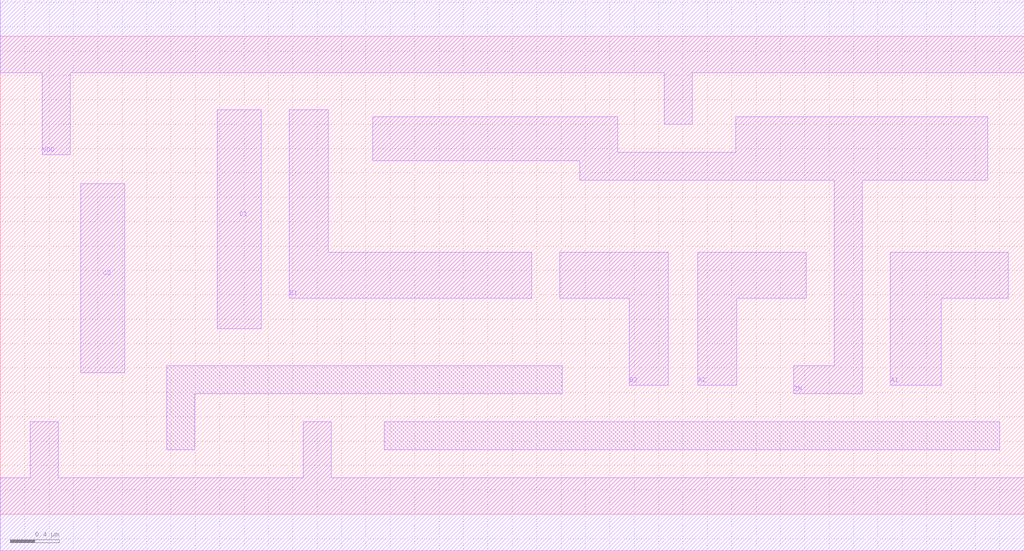
<source format=lef>
# Copyright 2022 GlobalFoundries PDK Authors
#
# Licensed under the Apache License, Version 2.0 (the "License");
# you may not use this file except in compliance with the License.
# You may obtain a copy of the License at
#
#      http://www.apache.org/licenses/LICENSE-2.0
#
# Unless required by applicable law or agreed to in writing, software
# distributed under the License is distributed on an "AS IS" BASIS,
# WITHOUT WARRANTIES OR CONDITIONS OF ANY KIND, either express or implied.
# See the License for the specific language governing permissions and
# limitations under the License.

MACRO gf180mcu_fd_sc_mcu7t5v0__oai222_1
  CLASS core ;
  FOREIGN gf180mcu_fd_sc_mcu7t5v0__oai222_1 0.0 0.0 ;
  ORIGIN 0 0 ;
  SYMMETRY X Y ;
  SITE GF018hv5v_mcu_sc7 ;
  SIZE 8.4 BY 3.92 ;
  PIN A1
    DIRECTION INPUT ;
    ANTENNAGATEAREA 1.0395 ;
    PORT
      LAYER METAL1 ;
        POLYGON 7.3 1.06 7.72 1.06 7.72 1.77 8.2 1.77 8.27 1.77 8.27 2.15 8.2 2.15 7.3 2.15  ;
    END
  END A1
  PIN A2
    DIRECTION INPUT ;
    ANTENNAGATEAREA 1.0395 ;
    PORT
      LAYER METAL1 ;
        POLYGON 5.72 1.06 6.04 1.06 6.04 1.77 6.61 1.77 6.61 2.15 5.72 2.15  ;
    END
  END A2
  PIN B1
    DIRECTION INPUT ;
    ANTENNAGATEAREA 1.0395 ;
    PORT
      LAYER METAL1 ;
        POLYGON 2.37 1.77 4.36 1.77 4.36 2.15 2.69 2.15 2.69 3.32 2.37 3.32  ;
    END
  END B1
  PIN B2
    DIRECTION INPUT ;
    ANTENNAGATEAREA 1.0395 ;
    PORT
      LAYER METAL1 ;
        POLYGON 4.59 1.77 4.61 1.77 5.16 1.77 5.16 1.06 5.48 1.06 5.48 2.15 4.61 2.15 4.59 2.15  ;
    END
  END B2
  PIN C1
    DIRECTION INPUT ;
    ANTENNAGATEAREA 1.0395 ;
    PORT
      LAYER METAL1 ;
        POLYGON 1.78 1.52 2.14 1.52 2.14 3.32 1.78 3.32  ;
    END
  END C1
  PIN C2
    DIRECTION INPUT ;
    ANTENNAGATEAREA 1.0395 ;
    PORT
      LAYER METAL1 ;
        POLYGON 0.66 1.16 1.02 1.16 1.02 2.71 0.66 2.71  ;
    END
  END C2
  PIN ZN
    DIRECTION OUTPUT ;
    ANTENNADIFFAREA 2.5684 ;
    PORT
      LAYER METAL1 ;
        POLYGON 3.055 2.9 4.61 2.9 4.755 2.9 4.755 2.74 6.84 2.74 6.84 1.22 6.51 1.22 6.51 0.99 7.07 0.99 7.07 2.74 8.1 2.74 8.1 3.26 6.035 3.26 6.035 2.97 5.065 2.97 5.065 3.26 4.61 3.26 3.055 3.26  ;
    END
  END ZN
  PIN VDD
    DIRECTION INOUT ;
    USE power ;
    SHAPE ABUTMENT ;
    PORT
      LAYER METAL1 ;
        POLYGON 0 3.62 0.345 3.62 0.345 2.95 0.575 2.95 0.575 3.62 4.61 3.62 5.445 3.62 5.445 3.2 5.675 3.2 5.675 3.62 8.2 3.62 8.4 3.62 8.4 4.22 8.2 4.22 4.61 4.22 0 4.22  ;
    END
  END VDD
  PIN VSS
    DIRECTION INOUT ;
    USE ground ;
    SHAPE ABUTMENT ;
    PORT
      LAYER METAL1 ;
        POLYGON 0 -0.3 8.4 -0.3 8.4 0.3 2.715 0.3 2.715 0.76 2.485 0.76 2.485 0.3 0.475 0.3 0.475 0.76 0.245 0.76 0.245 0.3 0 0.3  ;
    END
  END VSS
  OBS
      LAYER METAL1 ;
        POLYGON 1.365 0.53 1.595 0.53 1.595 0.99 4.61 0.99 4.61 1.22 1.365 1.22  ;
        POLYGON 3.15 0.53 8.2 0.53 8.2 0.76 3.15 0.76  ;
  END
END gf180mcu_fd_sc_mcu7t5v0__oai222_1

</source>
